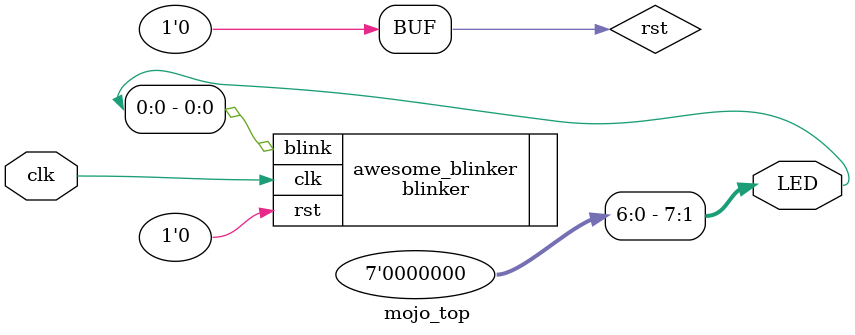
<source format=v>
module mojo_top(
    // 50MHz clock input
    input clk,
    // Input from buttons (active low)
//    input [3:0]sw_n,
    // Outputs to the 8 onboard LEDs
    output[7:0]LED,
    );

wire rst = 1'b0;//~sw_n[3]; // make reset active high

// these signals should be high-z when not used
//assign sw1 = 1'bz;
//assign sw2 = 1'bz;
//assign sw3 = 1'bz;

assign LED[7:1] = 7'b0;



  blinker awesome_blinker (
    .clk(clk),
    .rst(rst),
    .blink(LED[0])
  );

endmodule

</source>
